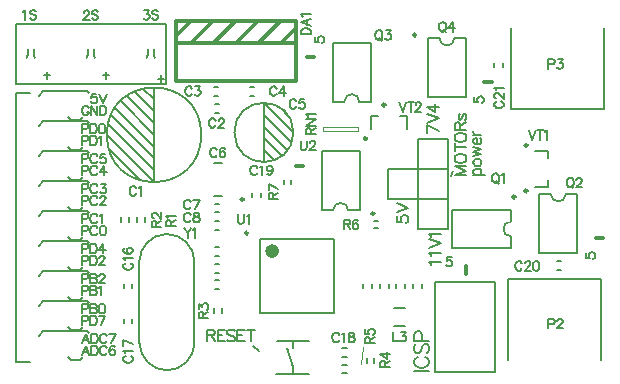
<source format=gto>
G04*
G04 #@! TF.GenerationSoftware,Altium Limited,Altium Designer,20.0.12 (288)*
G04*
G04 Layer_Color=65535*
%FSLAX44Y44*%
%MOMM*%
G71*
G01*
G75*
%ADD10C,0.2000*%
%ADD11C,0.2500*%
%ADD12C,0.6000*%
%ADD13C,0.1270*%
%ADD14C,0.1000*%
%ADD15C,0.3000*%
%ADD16C,0.1600*%
D10*
X118600Y275000D02*
G03*
X119600Y277414I-2414J2414D01*
G01*
X124600D02*
G03*
X125600Y275000I3414J0D01*
G01*
X67800D02*
G03*
X68800Y277414I-2414J2414D01*
G01*
X73800D02*
G03*
X74800Y275000I3414J0D01*
G01*
X23000Y277414D02*
G03*
X24000Y275000I3414J0D01*
G01*
X17000D02*
G03*
X18000Y277414I-2414J2414D01*
G01*
X427250Y136627D02*
G03*
X427250Y123902I0J-6363D01*
G01*
X460887Y159950D02*
G03*
X473613Y159950I6363J0D01*
G01*
X366637Y292000D02*
G03*
X379363Y292000I6363J0D01*
G01*
X298863Y238000D02*
G03*
X286137Y238000I-6363J0D01*
G01*
X289363Y146000D02*
G03*
X276637Y146000I-6363J0D01*
G01*
X159250Y102750D02*
G03*
X136000Y126000I-23500J-250D01*
G01*
X112750Y33750D02*
G03*
X136000Y10500I23500J250D01*
G01*
D02*
G03*
X159250Y33750I-250J23500D01*
G01*
X135750Y126000D02*
G03*
X112524Y102750I250J-23476D01*
G01*
X165000Y210000D02*
G03*
X165000Y210000I-40000J0D01*
G01*
X243000Y212000D02*
G03*
X243000Y212000I-25000J0D01*
G01*
X376241Y174897D02*
X378000Y179000D01*
X209141Y31165D02*
X214000Y27000D01*
X119600Y277414D02*
Y283000D01*
X124600Y277414D02*
Y283000D01*
X68800Y277414D02*
Y283000D01*
X73800Y277414D02*
Y283000D01*
X23000Y277414D02*
Y283000D01*
X18000Y277414D02*
Y283000D01*
X8250Y245500D02*
X20318Y245476D01*
X8250Y245500D02*
X8300Y17250D01*
X8250D02*
X20320D01*
X362600Y8900D02*
X413400D01*
Y85100D01*
X362600D02*
X413400D01*
X362600Y8900D02*
Y85100D01*
X117500Y136000D02*
Y140000D01*
X111000Y136000D02*
Y140000D01*
X103500Y136000D02*
Y140000D01*
X97000Y136000D02*
Y140000D01*
X348300Y155700D02*
X373700D01*
X348300D02*
Y206500D01*
X373700D01*
Y155700D02*
Y206500D01*
X348300Y181100D02*
X373700D01*
Y130300D02*
Y181100D01*
X348300Y130300D02*
X373700D01*
X348300D02*
Y181100D01*
X373700Y155700D02*
Y181100D01*
X322900Y155700D02*
X373700D01*
X322900D02*
Y181100D01*
X373700D01*
X8100Y253300D02*
Y304100D01*
Y253300D02*
X135100D01*
Y304100D01*
X8100D02*
X135100D01*
X377250Y114265D02*
Y146265D01*
Y114265D02*
X427250D01*
X377250Y146265D02*
X427250D01*
Y114265D02*
Y123902D01*
Y136627D02*
Y146265D01*
X466250Y102750D02*
X469750D01*
X466250Y95250D02*
X469750D01*
X228250Y7750D02*
X256250D01*
X229250Y35750D02*
X256250D01*
X242250Y7750D02*
Y13750D01*
Y29750D02*
Y35750D01*
X237250Y29750D02*
X242250Y13750D01*
X311500Y16750D02*
Y20750D01*
X305000Y16750D02*
Y20750D01*
X284500Y29500D02*
X288000D01*
X284500Y22000D02*
X288000D01*
X284250Y15000D02*
X288250D01*
X284250Y8500D02*
X288250D01*
X447500Y196500D02*
X458500D01*
Y190000D02*
Y196500D01*
X447500Y165500D02*
X458500D01*
Y172000D01*
X451250Y159950D02*
X460887D01*
X473613D02*
X483250D01*
X451250Y109950D02*
Y159950D01*
X483250Y109950D02*
Y159950D01*
X451250Y109950D02*
X483250D01*
X424410Y19520D02*
Y88100D01*
X503150D01*
Y19520D02*
Y88100D01*
X308500Y214500D02*
Y225500D01*
X315000D01*
X339500Y214500D02*
Y225500D01*
X333000D02*
X339500D01*
X505690Y231900D02*
Y300480D01*
X426950Y231900D02*
X505690D01*
X426950D02*
Y300480D01*
X413250Y267250D02*
Y270750D01*
X420750Y267250D02*
Y270750D01*
X357000Y292000D02*
X366637D01*
X379363D02*
X389000D01*
X357000Y242000D02*
Y292000D01*
X389000Y242000D02*
Y292000D01*
X357000Y242000D02*
X389000D01*
X298863Y238000D02*
X308500D01*
X276500D02*
X286137D01*
X308500D02*
Y288000D01*
X276500Y238000D02*
Y288000D01*
X308500D01*
X311000Y137250D02*
X315000D01*
X311000Y130750D02*
X315000D01*
X234750Y168000D02*
Y172000D01*
X241250Y168000D02*
Y172000D01*
X215750Y157250D02*
Y160750D01*
X208250Y157250D02*
Y160750D01*
X289363Y146000D02*
X299000D01*
X267000D02*
X276637D01*
X299000D02*
Y196000D01*
X267000Y146000D02*
Y196000D01*
X299000D01*
X99250Y80250D02*
Y83750D01*
X106750Y80250D02*
Y83750D01*
X99250Y50250D02*
Y53750D01*
X106750Y50250D02*
Y53750D01*
X159250Y33750D02*
Y102750D01*
X112547Y102750D02*
X112703Y33750D01*
X175750Y59000D02*
Y63000D01*
X182250Y59000D02*
Y63000D01*
X328500Y63700D02*
X337500D01*
X328500Y48300D02*
X337500D01*
X176250Y107250D02*
X179750D01*
X176250Y114750D02*
X179750D01*
X215000Y59500D02*
Y121500D01*
X277000Y59500D02*
Y121500D01*
X215000D02*
X277000D01*
X215000Y59500D02*
X277000D01*
X344250Y80250D02*
Y83750D01*
X351750Y80250D02*
Y83750D01*
X316250Y80250D02*
Y83750D01*
X323750Y80250D02*
Y83750D01*
X330250Y80250D02*
Y83750D01*
X337750Y80250D02*
Y83750D01*
X302250Y80250D02*
Y83750D01*
X309750Y80250D02*
Y83750D01*
X176250Y93250D02*
X179750D01*
X176250Y100750D02*
X179750D01*
X176250Y79250D02*
X179750D01*
X176250Y86750D02*
X179750D01*
X176250Y129250D02*
X179750D01*
X176250Y136750D02*
X179750D01*
X176250Y144250D02*
X179750D01*
X176250Y151750D02*
X179750D01*
X175750Y186000D02*
X182250D01*
X175750Y158000D02*
X182250D01*
X116000Y249000D02*
X125000Y240000D01*
X108625Y246375D02*
X125000Y230000D01*
X85000Y210000D02*
X125000Y170000D01*
X86250Y218750D02*
X125000Y180000D01*
X86875Y198125D02*
X112875Y172125D01*
X88625Y226375D02*
X125000Y190000D01*
X92250Y232750D02*
X125000Y200000D01*
X96750Y238250D02*
X125000Y210000D01*
X102250Y242750D02*
X125000Y220000D01*
Y170000D02*
Y250000D01*
X233000Y232000D02*
X238000Y227000D01*
X218000Y197000D02*
X226500Y188500D01*
X218000Y207000D02*
X233000Y192000D01*
X218000Y217000D02*
X238000Y197000D01*
X218000Y227000D02*
X241375Y203625D01*
X218000Y237000D02*
X243000Y212000D01*
X218000Y187000D02*
Y237000D01*
X206000Y243250D02*
X209500D01*
X206000Y250750D02*
X209500D01*
X176000D02*
X179500D01*
X176000Y243250D02*
X179500D01*
X176250Y235750D02*
X179750D01*
X176250Y228250D02*
X179750D01*
D11*
X431050Y157515D02*
G03*
X431050Y157515I-1250J0D01*
G01*
X441250Y201000D02*
G03*
X441250Y201000I-1250J0D01*
G01*
X441250Y162500D02*
G03*
X441250Y162500I-1250J0D01*
G01*
X305250Y207000D02*
G03*
X305250Y207000I-1250J0D01*
G01*
X347000Y294550D02*
G03*
X347000Y294550I-1250J0D01*
G01*
X321000Y235450D02*
G03*
X321000Y235450I-1250J0D01*
G01*
X311500Y143450D02*
G03*
X311500Y143450I-1250J0D01*
G01*
X204750Y126750D02*
G03*
X204750Y126750I-1250J0D01*
G01*
X201000Y155250D02*
G03*
X201000Y155250I-1250J0D01*
G01*
D12*
X228000Y111500D02*
G03*
X228000Y111500I-3000J0D01*
G01*
D13*
X68250Y43550D02*
X70000Y41800D01*
X31350Y43550D02*
X68250D01*
X27500Y39700D02*
X31350Y43550D01*
X68250Y68950D02*
X70000Y67200D01*
X31350Y68950D02*
X68250D01*
X27500Y65100D02*
X31350Y68950D01*
X68250Y94350D02*
X70000Y92600D01*
X31350Y94350D02*
X68250D01*
X27500Y90500D02*
X31350Y94350D01*
X68250Y119750D02*
X70000Y118000D01*
X31350Y119750D02*
X68250D01*
X27500Y115900D02*
X31350Y119750D01*
X68250Y145150D02*
X70000Y143400D01*
X31350Y145150D02*
X68250D01*
X27500Y141300D02*
X31350Y145150D01*
X68250Y170550D02*
X70000Y168800D01*
X31350Y170550D02*
X68250D01*
X27500Y166700D02*
X31350Y170550D01*
X68250Y195950D02*
X70000Y194200D01*
X31350Y195950D02*
X68250D01*
X27500Y192100D02*
X31350Y195950D01*
X68250Y221350D02*
X70000Y219600D01*
X31350Y221350D02*
X68250D01*
X27500Y217500D02*
X31350Y221350D01*
X52500Y174600D02*
X55000Y172100D01*
X62500D01*
X65000Y174600D01*
X52500Y22200D02*
X55000Y19700D01*
X62500D01*
X65000Y22200D01*
X52500Y47600D02*
X55000Y45100D01*
X62500D01*
X65000Y47600D01*
X52500Y73000D02*
X55000Y70500D01*
X62500D01*
X65000Y73000D01*
X52500Y98400D02*
X55000Y95900D01*
X62500D01*
X65000Y98400D01*
X52500Y123800D02*
X55000Y121300D01*
X62500D01*
X65000Y123800D01*
X52500Y149200D02*
X55000Y146700D01*
X62500D01*
X65000Y149200D01*
X52500Y225400D02*
X55000Y222900D01*
X62500D01*
X65000Y225400D01*
X62500Y197500D02*
X65000Y200000D01*
X55000Y197500D02*
X62500D01*
X52500Y200000D02*
X55000Y197500D01*
X27500Y242900D02*
X31350Y246750D01*
X68250D01*
X70000Y245000D01*
D14*
X300000Y16250D02*
X302000Y30750D01*
X268000Y213000D02*
X298000D01*
Y217000D01*
X268000D02*
X298000D01*
X268000Y213000D02*
Y217000D01*
D15*
X389550Y92165D02*
Y98515D01*
X499000Y122250D02*
X505350D01*
X404750Y254300D02*
X411100D01*
X254400Y275700D02*
X260750D01*
X244900Y183700D02*
X251250D01*
X213450Y287700D02*
X232500Y306750D01*
X194400Y287700D02*
X213450Y306750D01*
X175350Y287700D02*
X194400Y306750D01*
X156300Y287700D02*
X175350Y306750D01*
X143600D02*
X245200D01*
X143600Y255950D02*
Y306750D01*
X245200Y255950D02*
Y306750D01*
X143600Y255950D02*
X245200D01*
X143600Y294050D02*
X156300Y306750D01*
X143600Y287700D02*
Y294050D01*
Y287700D02*
X245200D01*
X232500D02*
X245200Y300400D01*
D16*
X379565Y175600D02*
X389562D01*
X379565D02*
X389562Y179409D01*
X379565Y183217D02*
X389562Y179409D01*
X379565Y183217D02*
X389562D01*
X379565Y188930D02*
X380041Y187978D01*
X380993Y187026D01*
X381945Y186550D01*
X383373Y186074D01*
X385754D01*
X387182Y186550D01*
X388134Y187026D01*
X389086Y187978D01*
X389562Y188930D01*
Y190835D01*
X389086Y191787D01*
X388134Y192739D01*
X387182Y193215D01*
X385754Y193691D01*
X383373D01*
X381945Y193215D01*
X380993Y192739D01*
X380041Y191787D01*
X379565Y190835D01*
Y188930D01*
Y199357D02*
X389562D01*
X379565Y196024D02*
Y202689D01*
Y206736D02*
X380041Y205784D01*
X380993Y204832D01*
X381945Y204356D01*
X383373Y203880D01*
X385754D01*
X387182Y204356D01*
X388134Y204832D01*
X389086Y205784D01*
X389562Y206736D01*
Y208640D01*
X389086Y209593D01*
X388134Y210545D01*
X387182Y211021D01*
X385754Y211497D01*
X383373D01*
X381945Y211021D01*
X380993Y210545D01*
X380041Y209593D01*
X379565Y208640D01*
Y206736D01*
Y213830D02*
X389562D01*
X379565D02*
Y218115D01*
X380041Y219543D01*
X380517Y220019D01*
X381469Y220495D01*
X382421D01*
X383373Y220019D01*
X383849Y219543D01*
X384326Y218115D01*
Y213830D01*
Y217162D02*
X389562Y220495D01*
X384326Y227970D02*
X383373Y227494D01*
X382897Y226065D01*
Y224637D01*
X383373Y223209D01*
X384326Y222733D01*
X385278Y223209D01*
X385754Y224161D01*
X386230Y226541D01*
X386706Y227494D01*
X387658Y227970D01*
X388134D01*
X389086Y227494D01*
X389562Y226065D01*
Y224637D01*
X389086Y223209D01*
X388134Y222733D01*
X395402Y175600D02*
X405400D01*
X396830D02*
X395878Y176552D01*
X395402Y177504D01*
Y178933D01*
X395878Y179885D01*
X396830Y180837D01*
X398259Y181313D01*
X399211D01*
X400639Y180837D01*
X401591Y179885D01*
X402067Y178933D01*
Y177504D01*
X401591Y176552D01*
X400639Y175600D01*
X395402Y185836D02*
X395878Y184884D01*
X396830Y183932D01*
X398259Y183455D01*
X399211D01*
X400639Y183932D01*
X401591Y184884D01*
X402067Y185836D01*
Y187264D01*
X401591Y188216D01*
X400639Y189168D01*
X399211Y189645D01*
X398259D01*
X396830Y189168D01*
X395878Y188216D01*
X395402Y187264D01*
Y185836D01*
Y191835D02*
X402067Y193739D01*
X395402Y195643D02*
X402067Y193739D01*
X395402Y195643D02*
X402067Y197548D01*
X395402Y199452D02*
X402067Y197548D01*
X398259Y201785D02*
Y207498D01*
X397306D01*
X396354Y207022D01*
X395878Y206546D01*
X395402Y205593D01*
Y204165D01*
X395878Y203213D01*
X396830Y202261D01*
X398259Y201785D01*
X399211D01*
X400639Y202261D01*
X401591Y203213D01*
X402067Y204165D01*
Y205593D01*
X401591Y206546D01*
X400639Y207498D01*
X395402Y209640D02*
X402067D01*
X398259D02*
X396830Y210116D01*
X395878Y211069D01*
X395402Y212021D01*
Y213449D01*
X128300Y257566D02*
X133632D01*
X130966Y260232D02*
Y254900D01*
X81600Y260266D02*
X86932D01*
X84266Y262932D02*
Y257600D01*
X31600Y260266D02*
X36932D01*
X34266Y262932D02*
Y257600D01*
X64100Y128809D02*
X67528D01*
X68670Y129190D01*
X69051Y129571D01*
X69432Y130332D01*
Y131475D01*
X69051Y132237D01*
X68670Y132617D01*
X67528Y132998D01*
X64100D01*
Y125000D01*
X76935Y131094D02*
X76554Y131856D01*
X75793Y132617D01*
X75031Y132998D01*
X73507D01*
X72746Y132617D01*
X71984Y131856D01*
X71603Y131094D01*
X71222Y129951D01*
Y128047D01*
X71603Y126904D01*
X71984Y126143D01*
X72746Y125381D01*
X73507Y125000D01*
X75031D01*
X75793Y125381D01*
X76554Y126143D01*
X76935Y126904D01*
X81468Y132998D02*
X80325Y132617D01*
X79563Y131475D01*
X79183Y129571D01*
Y128428D01*
X79563Y126524D01*
X80325Y125381D01*
X81468Y125000D01*
X82229D01*
X83372Y125381D01*
X84134Y126524D01*
X84515Y128428D01*
Y129571D01*
X84134Y131475D01*
X83372Y132617D01*
X82229Y132998D01*
X81468D01*
X64100Y138809D02*
X67528D01*
X68670Y139190D01*
X69051Y139571D01*
X69432Y140332D01*
Y141475D01*
X69051Y142237D01*
X68670Y142617D01*
X67528Y142998D01*
X64100D01*
Y135000D01*
X76935Y141094D02*
X76554Y141856D01*
X75793Y142617D01*
X75031Y142998D01*
X73507D01*
X72746Y142617D01*
X71984Y141856D01*
X71603Y141094D01*
X71222Y139951D01*
Y138047D01*
X71603Y136904D01*
X71984Y136143D01*
X72746Y135381D01*
X73507Y135000D01*
X75031D01*
X75793Y135381D01*
X76554Y136143D01*
X76935Y136904D01*
X79183Y141475D02*
X79944Y141856D01*
X81087Y142998D01*
Y135000D01*
X116862Y315598D02*
X121051D01*
X118766Y312551D01*
X119909D01*
X120670Y312170D01*
X121051Y311790D01*
X121432Y310647D01*
Y309885D01*
X121051Y308743D01*
X120290Y307981D01*
X119147Y307600D01*
X118004D01*
X116862Y307981D01*
X116481Y308362D01*
X116100Y309123D01*
X128554Y314456D02*
X127793Y315217D01*
X126650Y315598D01*
X125127D01*
X123984Y315217D01*
X123222Y314456D01*
Y313694D01*
X123603Y312932D01*
X123984Y312551D01*
X124746Y312170D01*
X127031Y311409D01*
X127793Y311028D01*
X128174Y310647D01*
X128554Y309885D01*
Y308743D01*
X127793Y307981D01*
X126650Y307600D01*
X125127D01*
X123984Y307981D01*
X123222Y308743D01*
X65481Y313444D02*
Y313825D01*
X65862Y314587D01*
X66243Y314967D01*
X67004Y315348D01*
X68528D01*
X69290Y314967D01*
X69670Y314587D01*
X70051Y313825D01*
Y313063D01*
X69670Y312301D01*
X68909Y311159D01*
X65100Y307350D01*
X70432D01*
X77554Y314206D02*
X76793Y314967D01*
X75650Y315348D01*
X74127D01*
X72984Y314967D01*
X72222Y314206D01*
Y313444D01*
X72603Y312682D01*
X72984Y312301D01*
X73746Y311921D01*
X76031Y311159D01*
X76793Y310778D01*
X77174Y310397D01*
X77554Y309635D01*
Y308493D01*
X76793Y307731D01*
X75650Y307350D01*
X74127D01*
X72984Y307731D01*
X72222Y308493D01*
X14100Y314075D02*
X14862Y314456D01*
X16004Y315598D01*
Y307600D01*
X25298Y314456D02*
X24536Y315217D01*
X23393Y315598D01*
X21870D01*
X20727Y315217D01*
X19965Y314456D01*
Y313694D01*
X20346Y312932D01*
X20727Y312551D01*
X21489Y312170D01*
X23774Y311409D01*
X24536Y311028D01*
X24917Y310647D01*
X25298Y309885D01*
Y308743D01*
X24536Y307981D01*
X23393Y307600D01*
X21870D01*
X20727Y307981D01*
X19965Y308743D01*
X70194Y33400D02*
X67147Y41398D01*
X64100Y33400D01*
X65243Y36066D02*
X69051D01*
X72060Y41398D02*
Y33400D01*
Y41398D02*
X74726D01*
X75869Y41017D01*
X76631Y40256D01*
X77011Y39494D01*
X77392Y38351D01*
Y36447D01*
X77011Y35304D01*
X76631Y34543D01*
X75869Y33781D01*
X74726Y33400D01*
X72060D01*
X84896Y39494D02*
X84515Y40256D01*
X83753Y41017D01*
X82991Y41398D01*
X81468D01*
X80706Y41017D01*
X79944Y40256D01*
X79563Y39494D01*
X79183Y38351D01*
Y36447D01*
X79563Y35304D01*
X79944Y34543D01*
X80706Y33781D01*
X81468Y33400D01*
X82991D01*
X83753Y33781D01*
X84515Y34543D01*
X84896Y35304D01*
X92475Y41398D02*
X88666Y33400D01*
X87143Y41398D02*
X92475D01*
X70194Y23400D02*
X67147Y31398D01*
X64100Y23400D01*
X65243Y26066D02*
X69051D01*
X72060Y31398D02*
Y23400D01*
Y31398D02*
X74726D01*
X75869Y31017D01*
X76631Y30256D01*
X77011Y29494D01*
X77392Y28351D01*
Y26447D01*
X77011Y25304D01*
X76631Y24543D01*
X75869Y23781D01*
X74726Y23400D01*
X72060D01*
X84896Y29494D02*
X84515Y30256D01*
X83753Y31017D01*
X82991Y31398D01*
X81468D01*
X80706Y31017D01*
X79944Y30256D01*
X79563Y29494D01*
X79183Y28351D01*
Y26447D01*
X79563Y25304D01*
X79944Y24543D01*
X80706Y23781D01*
X81468Y23400D01*
X82991D01*
X83753Y23781D01*
X84515Y24543D01*
X84896Y25304D01*
X91713Y30256D02*
X91332Y31017D01*
X90190Y31398D01*
X89428D01*
X88285Y31017D01*
X87524Y29875D01*
X87143Y27970D01*
Y26066D01*
X87524Y24543D01*
X88285Y23781D01*
X89428Y23400D01*
X89809D01*
X90951Y23781D01*
X91713Y24543D01*
X92094Y25685D01*
Y26066D01*
X91713Y27209D01*
X90951Y27970D01*
X89809Y28351D01*
X89428D01*
X88285Y27970D01*
X87524Y27209D01*
X87143Y26066D01*
X64100Y62609D02*
X67528D01*
X68670Y62990D01*
X69051Y63370D01*
X69432Y64132D01*
Y65275D01*
X69051Y66037D01*
X68670Y66417D01*
X67528Y66798D01*
X64100D01*
Y58800D01*
X71222Y66798D02*
Y58800D01*
Y66798D02*
X74650D01*
X75793Y66417D01*
X76174Y66037D01*
X76554Y65275D01*
Y64513D01*
X76174Y63751D01*
X75793Y63370D01*
X74650Y62990D01*
X71222D02*
X74650D01*
X75793Y62609D01*
X76174Y62228D01*
X76554Y61466D01*
Y60324D01*
X76174Y59562D01*
X75793Y59181D01*
X74650Y58800D01*
X71222D01*
X80630Y66798D02*
X79487Y66417D01*
X78725Y65275D01*
X78345Y63370D01*
Y62228D01*
X78725Y60324D01*
X79487Y59181D01*
X80630Y58800D01*
X81391D01*
X82534Y59181D01*
X83296Y60324D01*
X83677Y62228D01*
Y63370D01*
X83296Y65275D01*
X82534Y66417D01*
X81391Y66798D01*
X80630D01*
X64100Y52609D02*
X67528D01*
X68670Y52990D01*
X69051Y53370D01*
X69432Y54132D01*
Y55275D01*
X69051Y56037D01*
X68670Y56417D01*
X67528Y56798D01*
X64100D01*
Y48800D01*
X71222Y56798D02*
Y48800D01*
Y56798D02*
X73888D01*
X75031Y56417D01*
X75793Y55656D01*
X76174Y54894D01*
X76554Y53751D01*
Y51847D01*
X76174Y50704D01*
X75793Y49943D01*
X75031Y49181D01*
X73888Y48800D01*
X71222D01*
X83677Y56798D02*
X79868Y48800D01*
X78345Y56798D02*
X83677D01*
X64100Y88009D02*
X67528D01*
X68670Y88390D01*
X69051Y88771D01*
X69432Y89532D01*
Y90675D01*
X69051Y91437D01*
X68670Y91817D01*
X67528Y92198D01*
X64100D01*
Y84200D01*
X71222Y92198D02*
Y84200D01*
Y92198D02*
X74650D01*
X75793Y91817D01*
X76174Y91437D01*
X76554Y90675D01*
Y89913D01*
X76174Y89151D01*
X75793Y88771D01*
X74650Y88390D01*
X71222D02*
X74650D01*
X75793Y88009D01*
X76174Y87628D01*
X76554Y86866D01*
Y85723D01*
X76174Y84962D01*
X75793Y84581D01*
X74650Y84200D01*
X71222D01*
X78725Y90294D02*
Y90675D01*
X79106Y91437D01*
X79487Y91817D01*
X80249Y92198D01*
X81772D01*
X82534Y91817D01*
X82915Y91437D01*
X83296Y90675D01*
Y89913D01*
X82915Y89151D01*
X82153Y88009D01*
X78345Y84200D01*
X83677D01*
X64100Y78009D02*
X67528D01*
X68670Y78390D01*
X69051Y78770D01*
X69432Y79532D01*
Y80675D01*
X69051Y81437D01*
X68670Y81817D01*
X67528Y82198D01*
X64100D01*
Y74200D01*
X71222Y82198D02*
Y74200D01*
Y82198D02*
X74650D01*
X75793Y81817D01*
X76174Y81437D01*
X76554Y80675D01*
Y79913D01*
X76174Y79151D01*
X75793Y78770D01*
X74650Y78390D01*
X71222D02*
X74650D01*
X75793Y78009D01*
X76174Y77628D01*
X76554Y76866D01*
Y75724D01*
X76174Y74962D01*
X75793Y74581D01*
X74650Y74200D01*
X71222D01*
X78345Y80675D02*
X79106Y81056D01*
X80249Y82198D01*
Y74200D01*
X64100Y113409D02*
X67528D01*
X68670Y113790D01*
X69051Y114171D01*
X69432Y114932D01*
Y116075D01*
X69051Y116837D01*
X68670Y117217D01*
X67528Y117598D01*
X64100D01*
Y109600D01*
X71222Y117598D02*
Y109600D01*
Y117598D02*
X73888D01*
X75031Y117217D01*
X75793Y116456D01*
X76174Y115694D01*
X76554Y114551D01*
Y112647D01*
X76174Y111504D01*
X75793Y110743D01*
X75031Y109981D01*
X73888Y109600D01*
X71222D01*
X82153Y117598D02*
X78345Y112266D01*
X84058D01*
X82153Y117598D02*
Y109600D01*
X64100Y103409D02*
X67528D01*
X68670Y103790D01*
X69051Y104171D01*
X69432Y104932D01*
Y106075D01*
X69051Y106837D01*
X68670Y107217D01*
X67528Y107598D01*
X64100D01*
Y99600D01*
X71222Y107598D02*
Y99600D01*
Y107598D02*
X73888D01*
X75031Y107217D01*
X75793Y106456D01*
X76174Y105694D01*
X76554Y104551D01*
Y102647D01*
X76174Y101504D01*
X75793Y100743D01*
X75031Y99981D01*
X73888Y99600D01*
X71222D01*
X78725Y105694D02*
Y106075D01*
X79106Y106837D01*
X79487Y107217D01*
X80249Y107598D01*
X81772D01*
X82534Y107217D01*
X82915Y106837D01*
X83296Y106075D01*
Y105313D01*
X82915Y104551D01*
X82153Y103409D01*
X78345Y99600D01*
X83677D01*
X64100Y164209D02*
X67528D01*
X68670Y164590D01*
X69051Y164970D01*
X69432Y165732D01*
Y166875D01*
X69051Y167637D01*
X68670Y168017D01*
X67528Y168398D01*
X64100D01*
Y160400D01*
X76935Y166494D02*
X76554Y167256D01*
X75793Y168017D01*
X75031Y168398D01*
X73507D01*
X72746Y168017D01*
X71984Y167256D01*
X71603Y166494D01*
X71222Y165351D01*
Y163447D01*
X71603Y162304D01*
X71984Y161543D01*
X72746Y160781D01*
X73507Y160400D01*
X75031D01*
X75793Y160781D01*
X76554Y161543D01*
X76935Y162304D01*
X79944Y168398D02*
X84134D01*
X81849Y165351D01*
X82991D01*
X83753Y164970D01*
X84134Y164590D01*
X84515Y163447D01*
Y162685D01*
X84134Y161543D01*
X83372Y160781D01*
X82229Y160400D01*
X81087D01*
X79944Y160781D01*
X79563Y161162D01*
X79183Y161924D01*
X64100Y154209D02*
X67528D01*
X68670Y154590D01*
X69051Y154971D01*
X69432Y155732D01*
Y156875D01*
X69051Y157637D01*
X68670Y158017D01*
X67528Y158398D01*
X64100D01*
Y150400D01*
X76935Y156494D02*
X76554Y157256D01*
X75793Y158017D01*
X75031Y158398D01*
X73507D01*
X72746Y158017D01*
X71984Y157256D01*
X71603Y156494D01*
X71222Y155351D01*
Y153447D01*
X71603Y152304D01*
X71984Y151543D01*
X72746Y150781D01*
X73507Y150400D01*
X75031D01*
X75793Y150781D01*
X76554Y151543D01*
X76935Y152304D01*
X79563Y156494D02*
Y156875D01*
X79944Y157637D01*
X80325Y158017D01*
X81087Y158398D01*
X82610D01*
X83372Y158017D01*
X83753Y157637D01*
X84134Y156875D01*
Y156113D01*
X83753Y155351D01*
X82991Y154209D01*
X79183Y150400D01*
X84515D01*
X64100Y179609D02*
X67528D01*
X68670Y179990D01*
X69051Y180371D01*
X69432Y181132D01*
Y182275D01*
X69051Y183037D01*
X68670Y183417D01*
X67528Y183798D01*
X64100D01*
Y175800D01*
X76935Y181894D02*
X76554Y182656D01*
X75793Y183417D01*
X75031Y183798D01*
X73507D01*
X72746Y183417D01*
X71984Y182656D01*
X71603Y181894D01*
X71222Y180751D01*
Y178847D01*
X71603Y177704D01*
X71984Y176943D01*
X72746Y176181D01*
X73507Y175800D01*
X75031D01*
X75793Y176181D01*
X76554Y176943D01*
X76935Y177704D01*
X82991Y183798D02*
X79183Y178466D01*
X84896D01*
X82991Y183798D02*
Y175800D01*
X64100Y189609D02*
X67528D01*
X68670Y189990D01*
X69051Y190371D01*
X69432Y191132D01*
Y192275D01*
X69051Y193037D01*
X68670Y193417D01*
X67528Y193798D01*
X64100D01*
Y185800D01*
X76935Y191894D02*
X76554Y192656D01*
X75793Y193417D01*
X75031Y193798D01*
X73507D01*
X72746Y193417D01*
X71984Y192656D01*
X71603Y191894D01*
X71222Y190751D01*
Y188847D01*
X71603Y187704D01*
X71984Y186943D01*
X72746Y186181D01*
X73507Y185800D01*
X75031D01*
X75793Y186181D01*
X76554Y186943D01*
X76935Y187704D01*
X83753Y193798D02*
X79944D01*
X79563Y190371D01*
X79944Y190751D01*
X81087Y191132D01*
X82229D01*
X83372Y190751D01*
X84134Y189990D01*
X84515Y188847D01*
Y188085D01*
X84134Y186943D01*
X83372Y186181D01*
X82229Y185800D01*
X81087D01*
X79944Y186181D01*
X79563Y186562D01*
X79183Y187323D01*
X64100Y215009D02*
X67528D01*
X68670Y215390D01*
X69051Y215770D01*
X69432Y216532D01*
Y217675D01*
X69051Y218437D01*
X68670Y218817D01*
X67528Y219198D01*
X64100D01*
Y211200D01*
X71222Y219198D02*
Y211200D01*
Y219198D02*
X73888D01*
X75031Y218817D01*
X75793Y218056D01*
X76174Y217294D01*
X76554Y216151D01*
Y214247D01*
X76174Y213104D01*
X75793Y212343D01*
X75031Y211581D01*
X73888Y211200D01*
X71222D01*
X80630Y219198D02*
X79487Y218817D01*
X78725Y217675D01*
X78345Y215770D01*
Y214628D01*
X78725Y212724D01*
X79487Y211581D01*
X80630Y211200D01*
X81391D01*
X82534Y211581D01*
X83296Y212724D01*
X83677Y214628D01*
Y215770D01*
X83296Y217675D01*
X82534Y218817D01*
X81391Y219198D01*
X80630D01*
X64100Y205009D02*
X67528D01*
X68670Y205390D01*
X69051Y205770D01*
X69432Y206532D01*
Y207675D01*
X69051Y208437D01*
X68670Y208817D01*
X67528Y209198D01*
X64100D01*
Y201200D01*
X71222Y209198D02*
Y201200D01*
Y209198D02*
X73888D01*
X75031Y208817D01*
X75793Y208056D01*
X76174Y207294D01*
X76554Y206151D01*
Y204247D01*
X76174Y203104D01*
X75793Y202343D01*
X75031Y201581D01*
X73888Y201200D01*
X71222D01*
X78345Y207675D02*
X79106Y208056D01*
X80249Y209198D01*
Y201200D01*
X69813Y232694D02*
X69432Y233456D01*
X68670Y234217D01*
X67909Y234598D01*
X66385D01*
X65623Y234217D01*
X64862Y233456D01*
X64481Y232694D01*
X64100Y231551D01*
Y229647D01*
X64481Y228504D01*
X64862Y227743D01*
X65623Y226981D01*
X66385Y226600D01*
X67909D01*
X68670Y226981D01*
X69432Y227743D01*
X69813Y228504D01*
Y229647D01*
X67909D02*
X69813D01*
X71641Y234598D02*
Y226600D01*
Y234598D02*
X76974Y226600D01*
Y234598D02*
Y226600D01*
X79183Y234598D02*
Y226600D01*
Y234598D02*
X81849D01*
X82991Y234217D01*
X83753Y233456D01*
X84134Y232694D01*
X84515Y231551D01*
Y229647D01*
X84134Y228504D01*
X83753Y227743D01*
X82991Y226981D01*
X81849Y226600D01*
X79183D01*
X76171Y244848D02*
X72362D01*
X71981Y241420D01*
X72362Y241801D01*
X73504Y242182D01*
X74647D01*
X75790Y241801D01*
X76551Y241040D01*
X76932Y239897D01*
Y239135D01*
X76551Y237993D01*
X75790Y237231D01*
X74647Y236850D01*
X73504D01*
X72362Y237231D01*
X71981Y237612D01*
X71600Y238374D01*
X78722Y244848D02*
X81769Y236850D01*
X84816Y244848D02*
X81769Y236850D01*
X330402Y141063D02*
Y136302D01*
X334687Y135826D01*
X334211Y136302D01*
X333735Y137730D01*
Y139159D01*
X334211Y140587D01*
X335163Y141539D01*
X336591Y142015D01*
X337543D01*
X338972Y141539D01*
X339924Y140587D01*
X340400Y139159D01*
Y137730D01*
X339924Y136302D01*
X339448Y135826D01*
X338496Y135350D01*
X330402Y144253D02*
X340400Y148062D01*
X330402Y151870D02*
X340400Y148062D01*
X359807Y99850D02*
X359330Y100802D01*
X357902Y102230D01*
X367900D01*
X359807Y107182D02*
X359330Y108134D01*
X357902Y109562D01*
X367900D01*
X357902Y114514D02*
X367900Y118322D01*
X357902Y122131D02*
X367900Y118322D01*
X359807Y123416D02*
X359330Y124368D01*
X357902Y125797D01*
X367900D01*
X356152Y218015D02*
X366150Y213254D01*
X356152Y211350D02*
Y218015D01*
Y220253D02*
X366150Y224062D01*
X356152Y227870D02*
X366150Y224062D01*
X356152Y233917D02*
X362817Y229156D01*
Y236297D01*
X356152Y233917D02*
X366150D01*
X376921Y106598D02*
X373112D01*
X372731Y103170D01*
X373112Y103551D01*
X374254Y103932D01*
X375397D01*
X376540Y103551D01*
X377301Y102790D01*
X377682Y101647D01*
Y100885D01*
X377301Y99743D01*
X376540Y98981D01*
X375397Y98600D01*
X374254D01*
X373112Y98981D01*
X372731Y99362D01*
X372350Y100124D01*
X490402Y109670D02*
Y105862D01*
X493829Y105481D01*
X493449Y105862D01*
X493068Y107004D01*
Y108147D01*
X493449Y109290D01*
X494210Y110051D01*
X495353Y110432D01*
X496115D01*
X497257Y110051D01*
X498019Y109290D01*
X498400Y108147D01*
Y107004D01*
X498019Y105862D01*
X497638Y105481D01*
X496876Y105100D01*
X396152Y241670D02*
Y237862D01*
X399580Y237481D01*
X399199Y237862D01*
X398818Y239004D01*
Y240147D01*
X399199Y241290D01*
X399960Y242051D01*
X401103Y242432D01*
X401865D01*
X403007Y242051D01*
X403769Y241290D01*
X404150Y240147D01*
Y239004D01*
X403769Y237862D01*
X403388Y237481D01*
X402626Y237100D01*
X260902Y292670D02*
Y288862D01*
X264329Y288481D01*
X263949Y288862D01*
X263568Y290004D01*
Y291147D01*
X263949Y292290D01*
X264710Y293051D01*
X265853Y293432D01*
X266615D01*
X267757Y293051D01*
X268519Y292290D01*
X268900Y291147D01*
Y290004D01*
X268519Y288862D01*
X268138Y288481D01*
X267376Y288100D01*
X254001Y210716D02*
X261999D01*
X254001D02*
Y214144D01*
X254382Y215287D01*
X254763Y215667D01*
X255524Y216048D01*
X256286D01*
X257048Y215667D01*
X257429Y215287D01*
X257810Y214144D01*
Y210716D01*
Y213382D02*
X261999Y216048D01*
X254001Y217838D02*
X261999D01*
X254001D02*
X261999Y223171D01*
X254001D02*
X261999D01*
X255524Y225380D02*
X255143Y226141D01*
X254001Y227284D01*
X261999D01*
X345501Y10432D02*
X357499D01*
X348358Y21516D02*
X347215Y20944D01*
X346073Y19801D01*
X345501Y18659D01*
Y16374D01*
X346073Y15231D01*
X347215Y14088D01*
X348358Y13517D01*
X350072Y12946D01*
X352928D01*
X354642Y13517D01*
X355785Y14088D01*
X356927Y15231D01*
X357499Y16374D01*
Y18659D01*
X356927Y19801D01*
X355785Y20944D01*
X354642Y21516D01*
X347215Y32885D02*
X346073Y31742D01*
X345501Y30028D01*
Y27743D01*
X346073Y26029D01*
X347215Y24886D01*
X348358D01*
X349500Y25457D01*
X350072Y26029D01*
X350643Y27171D01*
X351786Y30599D01*
X352357Y31742D01*
X352928Y32313D01*
X354071Y32885D01*
X355785D01*
X356927Y31742D01*
X357499Y30028D01*
Y27743D01*
X356927Y26029D01*
X355785Y24886D01*
X351786Y35570D02*
Y40711D01*
X351214Y42425D01*
X350643Y42997D01*
X349500Y43568D01*
X347786D01*
X346644Y42997D01*
X346073Y42425D01*
X345501Y40711D01*
Y35570D01*
X357499D01*
X150487Y130999D02*
X153534Y127190D01*
Y123001D01*
X156581Y130999D02*
X153534Y127190D01*
X157609Y129476D02*
X158371Y129857D01*
X159513Y130999D01*
Y123001D01*
X332631Y237499D02*
X335677Y229501D01*
X338725Y237499D02*
X335677Y229501D01*
X342419Y237499D02*
Y229501D01*
X339753Y237499D02*
X345085D01*
X346418Y235595D02*
Y235976D01*
X346799Y236737D01*
X347180Y237118D01*
X347942Y237499D01*
X349465D01*
X350227Y237118D01*
X350608Y236737D01*
X350989Y235976D01*
Y235214D01*
X350608Y234452D01*
X349846Y233309D01*
X346037Y229501D01*
X351369D01*
X442345Y213999D02*
X445391Y206001D01*
X448438Y213999D02*
X445391Y206001D01*
X452133Y213999D02*
Y206001D01*
X449467Y213999D02*
X454799D01*
X455751Y212476D02*
X456513Y212857D01*
X457655Y213999D01*
Y206001D01*
X195859Y142664D02*
Y136951D01*
X196240Y135808D01*
X197001Y135046D01*
X198144Y134665D01*
X198906D01*
X200048Y135046D01*
X200810Y135808D01*
X201191Y136951D01*
Y142664D01*
X203400Y141140D02*
X204162Y141521D01*
X205305Y142664D01*
Y134665D01*
X249063Y204999D02*
Y199286D01*
X249444Y198144D01*
X250206Y197382D01*
X251348Y197001D01*
X252110D01*
X253253Y197382D01*
X254015Y198144D01*
X254396Y199286D01*
Y204999D01*
X256985Y203095D02*
Y203476D01*
X257366Y204237D01*
X257747Y204618D01*
X258509Y204999D01*
X260032D01*
X260794Y204618D01*
X261175Y204237D01*
X261556Y203476D01*
Y202714D01*
X261175Y201952D01*
X260413Y200810D01*
X256604Y197001D01*
X261937D01*
X169909Y44999D02*
Y35001D01*
Y44999D02*
X174194D01*
X175622Y44523D01*
X176098Y44047D01*
X176574Y43095D01*
Y42142D01*
X176098Y41190D01*
X175622Y40714D01*
X174194Y40238D01*
X169909D01*
X173242D02*
X176574Y35001D01*
X185001Y44999D02*
X178812D01*
Y35001D01*
X185001D01*
X178812Y40238D02*
X182621D01*
X193333Y43571D02*
X192381Y44523D01*
X190952Y44999D01*
X189048D01*
X187620Y44523D01*
X186667Y43571D01*
Y42618D01*
X187143Y41666D01*
X187620Y41190D01*
X188572Y40714D01*
X191428Y39762D01*
X192381Y39286D01*
X192857Y38810D01*
X193333Y37858D01*
Y36429D01*
X192381Y35477D01*
X190952Y35001D01*
X189048D01*
X187620Y35477D01*
X186667Y36429D01*
X201759Y44999D02*
X195570D01*
Y35001D01*
X201759D01*
X195570Y40238D02*
X199379D01*
X206758Y44999D02*
Y35001D01*
X203426Y44999D02*
X210091D01*
X222001Y155773D02*
X229999D01*
X222001D02*
Y159201D01*
X222382Y160343D01*
X222763Y160724D01*
X223524Y161105D01*
X224286D01*
X225048Y160724D01*
X225429Y160343D01*
X225810Y159201D01*
Y155773D01*
Y158439D02*
X229999Y161105D01*
X222001Y168227D02*
X229999Y164419D01*
X222001Y162895D02*
Y168227D01*
X285963Y137999D02*
Y130001D01*
Y137999D02*
X289391D01*
X290534Y137618D01*
X290914Y137237D01*
X291295Y136476D01*
Y135714D01*
X290914Y134952D01*
X290534Y134571D01*
X289391Y134190D01*
X285963D01*
X288629D02*
X291295Y130001D01*
X297656Y136856D02*
X297275Y137618D01*
X296133Y137999D01*
X295371D01*
X294228Y137618D01*
X293466Y136476D01*
X293085Y134571D01*
Y132667D01*
X293466Y131144D01*
X294228Y130382D01*
X295371Y130001D01*
X295752D01*
X296894Y130382D01*
X297656Y131144D01*
X298037Y132286D01*
Y132667D01*
X297656Y133810D01*
X296894Y134571D01*
X295752Y134952D01*
X295371D01*
X294228Y134571D01*
X293466Y133810D01*
X293085Y132667D01*
X303751Y33523D02*
X311749D01*
X303751D02*
Y36951D01*
X304132Y38093D01*
X304513Y38474D01*
X305274Y38855D01*
X306036D01*
X306798Y38474D01*
X307179Y38093D01*
X307560Y36951D01*
Y33523D01*
Y36189D02*
X311749Y38855D01*
X303751Y45216D02*
Y41407D01*
X307179Y41026D01*
X306798Y41407D01*
X306417Y42549D01*
Y43692D01*
X306798Y44835D01*
X307560Y45596D01*
X308702Y45977D01*
X309464D01*
X310606Y45596D01*
X311368Y44835D01*
X311749Y43692D01*
Y42549D01*
X311368Y41407D01*
X310987Y41026D01*
X310226Y40645D01*
X316751Y13332D02*
X324749D01*
X316751D02*
Y16760D01*
X317132Y17903D01*
X317513Y18284D01*
X318274Y18664D01*
X319036D01*
X319798Y18284D01*
X320179Y17903D01*
X320560Y16760D01*
Y13332D01*
Y15998D02*
X324749Y18664D01*
X316751Y24263D02*
X322083Y20455D01*
Y26168D01*
X316751Y24263D02*
X324749D01*
X123251Y131773D02*
X131249D01*
X123251D02*
Y135201D01*
X123632Y136343D01*
X124013Y136724D01*
X124774Y137105D01*
X125536D01*
X126298Y136724D01*
X126679Y136343D01*
X127060Y135201D01*
Y131773D01*
Y134439D02*
X131249Y137105D01*
X125155Y139276D02*
X124774D01*
X124013Y139657D01*
X123632Y140038D01*
X123251Y140799D01*
Y142323D01*
X123632Y143085D01*
X124013Y143465D01*
X124774Y143846D01*
X125536D01*
X126298Y143465D01*
X127440Y142704D01*
X131249Y138895D01*
Y144227D01*
X163001Y54773D02*
X170999D01*
X163001D02*
Y58201D01*
X163382Y59343D01*
X163763Y59724D01*
X164524Y60105D01*
X165286D01*
X166048Y59724D01*
X166429Y59343D01*
X166810Y58201D01*
Y54773D01*
Y57439D02*
X170999Y60105D01*
X163001Y62657D02*
Y66846D01*
X166048Y64561D01*
Y65704D01*
X166429Y66466D01*
X166810Y66846D01*
X167952Y67227D01*
X168714D01*
X169856Y66846D01*
X170618Y66085D01*
X170999Y64942D01*
Y63799D01*
X170618Y62657D01*
X170237Y62276D01*
X169476Y61895D01*
X135251Y132487D02*
X143249D01*
X135251D02*
Y135914D01*
X135632Y137057D01*
X136013Y137438D01*
X136774Y137819D01*
X137536D01*
X138298Y137438D01*
X138679Y137057D01*
X139060Y135914D01*
Y132487D01*
Y135153D02*
X143249Y137819D01*
X136774Y139609D02*
X136393Y140371D01*
X135251Y141513D01*
X143249D01*
X368449Y305380D02*
X367687Y304999D01*
X366925Y304237D01*
X366544Y303476D01*
X366163Y302333D01*
Y300429D01*
X366544Y299286D01*
X366925Y298524D01*
X367687Y297763D01*
X368449Y297382D01*
X369972D01*
X370734Y297763D01*
X371496Y298524D01*
X371876Y299286D01*
X372257Y300429D01*
Y302333D01*
X371876Y303476D01*
X371496Y304237D01*
X370734Y304999D01*
X369972Y305380D01*
X368449D01*
X369591Y298905D02*
X371876Y296620D01*
X377932Y305380D02*
X374123Y300048D01*
X379837D01*
X377932Y305380D02*
Y297382D01*
X314639Y298380D02*
X313877Y297999D01*
X313116Y297237D01*
X312735Y296476D01*
X312354Y295333D01*
Y293429D01*
X312735Y292286D01*
X313116Y291524D01*
X313877Y290763D01*
X314639Y290382D01*
X316162D01*
X316924Y290763D01*
X317686Y291524D01*
X318067Y292286D01*
X318448Y293429D01*
Y295333D01*
X318067Y296476D01*
X317686Y297237D01*
X316924Y297999D01*
X316162Y298380D01*
X314639D01*
X315782Y291905D02*
X318067Y289620D01*
X321076Y298380D02*
X325265D01*
X322980Y295333D01*
X324123D01*
X324884Y294952D01*
X325265Y294571D01*
X325646Y293429D01*
Y292667D01*
X325265Y291524D01*
X324504Y290763D01*
X323361Y290382D01*
X322218D01*
X321076Y290763D01*
X320695Y291143D01*
X320314Y291905D01*
X476639Y173380D02*
X475877Y172999D01*
X475116Y172237D01*
X474735Y171476D01*
X474354Y170333D01*
Y168429D01*
X474735Y167286D01*
X475116Y166524D01*
X475877Y165763D01*
X476639Y165382D01*
X478162D01*
X478924Y165763D01*
X479686Y166524D01*
X480067Y167286D01*
X480448Y168429D01*
Y170333D01*
X480067Y171476D01*
X479686Y172237D01*
X478924Y172999D01*
X478162Y173380D01*
X476639D01*
X477782Y166905D02*
X480067Y164620D01*
X482695Y171476D02*
Y171856D01*
X483076Y172618D01*
X483457Y172999D01*
X484218Y173380D01*
X485742D01*
X486504Y172999D01*
X486884Y172618D01*
X487265Y171856D01*
Y171095D01*
X486884Y170333D01*
X486123Y169190D01*
X482314Y165382D01*
X487646D01*
X413353Y177380D02*
X412591Y176999D01*
X411829Y176237D01*
X411449Y175476D01*
X411068Y174333D01*
Y172429D01*
X411449Y171286D01*
X411829Y170524D01*
X412591Y169763D01*
X413353Y169382D01*
X414876D01*
X415638Y169763D01*
X416400Y170524D01*
X416781Y171286D01*
X417162Y172429D01*
Y174333D01*
X416781Y175476D01*
X416400Y176237D01*
X415638Y176999D01*
X414876Y177380D01*
X413353D01*
X414496Y170905D02*
X416781Y168620D01*
X419028Y175856D02*
X419790Y176237D01*
X420932Y177380D01*
Y169382D01*
X458823Y269809D02*
X462251D01*
X463393Y270190D01*
X463774Y270571D01*
X464155Y271333D01*
Y272476D01*
X463774Y273237D01*
X463393Y273618D01*
X462251Y273999D01*
X458823D01*
Y266001D01*
X466707Y273999D02*
X470896D01*
X468611Y270952D01*
X469754D01*
X470516Y270571D01*
X470896Y270190D01*
X471277Y269048D01*
Y268286D01*
X470896Y267143D01*
X470135Y266382D01*
X468992Y266001D01*
X467849D01*
X466707Y266382D01*
X466326Y266763D01*
X465945Y267524D01*
X458823Y49810D02*
X462251D01*
X463393Y50190D01*
X463774Y50571D01*
X464155Y51333D01*
Y52476D01*
X463774Y53237D01*
X463393Y53618D01*
X462251Y53999D01*
X458823D01*
Y46001D01*
X466326Y52095D02*
Y52476D01*
X466707Y53237D01*
X467088Y53618D01*
X467849Y53999D01*
X469373D01*
X470135Y53618D01*
X470516Y53237D01*
X470896Y52476D01*
Y51714D01*
X470516Y50952D01*
X469754Y49810D01*
X465945Y46001D01*
X471277D01*
X327611Y42999D02*
Y35001D01*
X332181D01*
X333819Y42999D02*
X338008D01*
X335723Y39952D01*
X336866D01*
X337628Y39571D01*
X338008Y39190D01*
X338389Y38048D01*
Y37286D01*
X338008Y36144D01*
X337247Y35382D01*
X336104Y35001D01*
X334962D01*
X333819Y35382D01*
X333438Y35763D01*
X333057Y36524D01*
X249501Y295007D02*
X257499D01*
X249501D02*
Y297673D01*
X249882Y298815D01*
X250643Y299577D01*
X251405Y299958D01*
X252548Y300339D01*
X254452D01*
X255595Y299958D01*
X256357Y299577D01*
X257118Y298815D01*
X257499Y297673D01*
Y295007D01*
Y308223D02*
X249501Y305176D01*
X257499Y302129D01*
X254833Y303272D02*
Y307080D01*
X251024Y310089D02*
X250643Y310851D01*
X249501Y311993D01*
X257499D01*
X414905Y238220D02*
X414143Y237839D01*
X413382Y237077D01*
X413001Y236315D01*
Y234792D01*
X413382Y234030D01*
X414143Y233268D01*
X414905Y232887D01*
X416048Y232507D01*
X417952D01*
X419095Y232887D01*
X419856Y233268D01*
X420618Y234030D01*
X420999Y234792D01*
Y236315D01*
X420618Y237077D01*
X419856Y237839D01*
X419095Y238220D01*
X414905Y240848D02*
X414524D01*
X413763Y241229D01*
X413382Y241609D01*
X413001Y242371D01*
Y243895D01*
X413382Y244656D01*
X413763Y245037D01*
X414524Y245418D01*
X415286D01*
X416048Y245037D01*
X417190Y244275D01*
X420999Y240467D01*
Y245799D01*
X414524Y247589D02*
X414143Y248351D01*
X413001Y249493D01*
X420999D01*
X436506Y101095D02*
X436125Y101856D01*
X435363Y102618D01*
X434601Y102999D01*
X433078D01*
X432316Y102618D01*
X431554Y101856D01*
X431174Y101095D01*
X430793Y99952D01*
Y98048D01*
X431174Y96905D01*
X431554Y96144D01*
X432316Y95382D01*
X433078Y95001D01*
X434601D01*
X435363Y95382D01*
X436125Y96144D01*
X436506Y96905D01*
X439134Y101095D02*
Y101476D01*
X439515Y102237D01*
X439896Y102618D01*
X440657Y102999D01*
X442181D01*
X442943Y102618D01*
X443323Y102237D01*
X443704Y101476D01*
Y100714D01*
X443323Y99952D01*
X442562Y98810D01*
X438753Y95001D01*
X444085D01*
X448160Y102999D02*
X447018Y102618D01*
X446256Y101476D01*
X445875Y99571D01*
Y98429D01*
X446256Y96524D01*
X447018Y95382D01*
X448160Y95001D01*
X448922D01*
X450065Y95382D01*
X450826Y96524D01*
X451207Y98429D01*
Y99571D01*
X450826Y101476D01*
X450065Y102618D01*
X448922Y102999D01*
X448160D01*
X212325Y182095D02*
X211944Y182857D01*
X211182Y183618D01*
X210420Y183999D01*
X208897D01*
X208135Y183618D01*
X207373Y182857D01*
X206992Y182095D01*
X206611Y180952D01*
Y179048D01*
X206992Y177905D01*
X207373Y177143D01*
X208135Y176382D01*
X208897Y176001D01*
X210420D01*
X211182Y176382D01*
X211944Y177143D01*
X212325Y177905D01*
X214572Y182476D02*
X215333Y182857D01*
X216476Y183999D01*
Y176001D01*
X225389Y181333D02*
X225008Y180190D01*
X224246Y179429D01*
X223103Y179048D01*
X222722D01*
X221580Y179429D01*
X220818Y180190D01*
X220437Y181333D01*
Y181714D01*
X220818Y182857D01*
X221580Y183618D01*
X222722Y183999D01*
X223103D01*
X224246Y183618D01*
X225008Y182857D01*
X225389Y181333D01*
Y179429D01*
X225008Y177524D01*
X224246Y176382D01*
X223103Y176001D01*
X222341D01*
X221199Y176382D01*
X220818Y177143D01*
X281634Y40595D02*
X281253Y41357D01*
X280492Y42118D01*
X279730Y42499D01*
X278206D01*
X277445Y42118D01*
X276683Y41357D01*
X276302Y40595D01*
X275921Y39452D01*
Y37548D01*
X276302Y36405D01*
X276683Y35643D01*
X277445Y34882D01*
X278206Y34501D01*
X279730D01*
X280492Y34882D01*
X281253Y35643D01*
X281634Y36405D01*
X283881Y40976D02*
X284643Y41357D01*
X285786Y42499D01*
Y34501D01*
X291651Y42499D02*
X290508Y42118D01*
X290128Y41357D01*
Y40595D01*
X290508Y39833D01*
X291270Y39452D01*
X292794Y39071D01*
X293936Y38690D01*
X294698Y37929D01*
X295079Y37167D01*
Y36024D01*
X294698Y35263D01*
X294317Y34882D01*
X293174Y34501D01*
X291651D01*
X290508Y34882D01*
X290128Y35263D01*
X289747Y36024D01*
Y37167D01*
X290128Y37929D01*
X290889Y38690D01*
X292032Y39071D01*
X293555Y39452D01*
X294317Y39833D01*
X294698Y40595D01*
Y41357D01*
X294317Y42118D01*
X293174Y42499D01*
X291651D01*
X100905Y22884D02*
X100143Y22503D01*
X99382Y21741D01*
X99001Y20980D01*
Y19456D01*
X99382Y18695D01*
X100143Y17933D01*
X100905Y17552D01*
X102048Y17171D01*
X103952D01*
X105095Y17552D01*
X105857Y17933D01*
X106618Y18695D01*
X106999Y19456D01*
Y20980D01*
X106618Y21741D01*
X105857Y22503D01*
X105095Y22884D01*
X100524Y25131D02*
X100143Y25893D01*
X99001Y27036D01*
X106999D01*
X99001Y36329D02*
X106999Y32520D01*
X99001Y30997D02*
Y36329D01*
X100905Y101325D02*
X100143Y100944D01*
X99382Y100182D01*
X99001Y99420D01*
Y97897D01*
X99382Y97135D01*
X100143Y96373D01*
X100905Y95992D01*
X102048Y95611D01*
X103952D01*
X105095Y95992D01*
X105857Y96373D01*
X106618Y97135D01*
X106999Y97897D01*
Y99420D01*
X106618Y100182D01*
X105857Y100944D01*
X105095Y101325D01*
X100524Y103572D02*
X100143Y104333D01*
X99001Y105476D01*
X106999D01*
X100143Y114008D02*
X99382Y113627D01*
X99001Y112484D01*
Y111722D01*
X99382Y110580D01*
X100524Y109818D01*
X102429Y109437D01*
X104333D01*
X105857Y109818D01*
X106618Y110580D01*
X106999Y111722D01*
Y112103D01*
X106618Y113246D01*
X105857Y114008D01*
X104714Y114389D01*
X104333D01*
X103190Y114008D01*
X102429Y113246D01*
X102048Y112103D01*
Y111722D01*
X102429Y110580D01*
X103190Y109818D01*
X104333Y109437D01*
X156067Y142095D02*
X155686Y142857D01*
X154924Y143618D01*
X154163Y143999D01*
X152639D01*
X151877Y143618D01*
X151116Y142857D01*
X150735Y142095D01*
X150354Y140952D01*
Y139048D01*
X150735Y137905D01*
X151116Y137143D01*
X151877Y136382D01*
X152639Y136001D01*
X154163D01*
X154924Y136382D01*
X155686Y137143D01*
X156067Y137905D01*
X160218Y143999D02*
X159076Y143618D01*
X158695Y142857D01*
Y142095D01*
X159076Y141333D01*
X159838Y140952D01*
X161361Y140571D01*
X162504Y140190D01*
X163265Y139429D01*
X163646Y138667D01*
Y137524D01*
X163265Y136763D01*
X162885Y136382D01*
X161742Y136001D01*
X160218D01*
X159076Y136382D01*
X158695Y136763D01*
X158314Y137524D01*
Y138667D01*
X158695Y139429D01*
X159457Y140190D01*
X160599Y140571D01*
X162123Y140952D01*
X162885Y141333D01*
X163265Y142095D01*
Y142857D01*
X162885Y143618D01*
X161742Y143999D01*
X160218D01*
X156067Y153095D02*
X155686Y153856D01*
X154924Y154618D01*
X154163Y154999D01*
X152639D01*
X151877Y154618D01*
X151116Y153856D01*
X150735Y153095D01*
X150354Y151952D01*
Y150048D01*
X150735Y148905D01*
X151116Y148144D01*
X151877Y147382D01*
X152639Y147001D01*
X154163D01*
X154924Y147382D01*
X155686Y148144D01*
X156067Y148905D01*
X163646Y154999D02*
X159838Y147001D01*
X158314Y154999D02*
X163646D01*
X178257Y197095D02*
X177876Y197857D01*
X177115Y198618D01*
X176353Y198999D01*
X174830D01*
X174068Y198618D01*
X173306Y197857D01*
X172925Y197095D01*
X172544Y195952D01*
Y194048D01*
X172925Y192905D01*
X173306Y192143D01*
X174068Y191382D01*
X174830Y191001D01*
X176353D01*
X177115Y191382D01*
X177876Y192143D01*
X178257Y192905D01*
X185075Y197857D02*
X184694Y198618D01*
X183551Y198999D01*
X182790D01*
X181647Y198618D01*
X180885Y197476D01*
X180504Y195571D01*
Y193667D01*
X180885Y192143D01*
X181647Y191382D01*
X182790Y191001D01*
X183171D01*
X184313Y191382D01*
X185075Y192143D01*
X185456Y193286D01*
Y193667D01*
X185075Y194809D01*
X184313Y195571D01*
X183171Y195952D01*
X182790D01*
X181647Y195571D01*
X180885Y194809D01*
X180504Y193667D01*
X245447Y238315D02*
X245066Y239076D01*
X244304Y239838D01*
X243542Y240219D01*
X242019D01*
X241257Y239838D01*
X240496Y239076D01*
X240115Y238315D01*
X239734Y237172D01*
Y235268D01*
X240115Y234125D01*
X240496Y233363D01*
X241257Y232602D01*
X242019Y232221D01*
X243542D01*
X244304Y232602D01*
X245066Y233363D01*
X245447Y234125D01*
X252264Y240219D02*
X248456D01*
X248075Y236791D01*
X248456Y237172D01*
X249598Y237553D01*
X250741D01*
X251884Y237172D01*
X252645Y236410D01*
X253026Y235268D01*
Y234506D01*
X252645Y233363D01*
X251884Y232602D01*
X250741Y232221D01*
X249598D01*
X248456Y232602D01*
X248075Y232983D01*
X247694Y233744D01*
X228876Y249095D02*
X228496Y249856D01*
X227734Y250618D01*
X226972Y250999D01*
X225449D01*
X224687Y250618D01*
X223925Y249856D01*
X223544Y249095D01*
X223163Y247952D01*
Y246048D01*
X223544Y244905D01*
X223925Y244144D01*
X224687Y243382D01*
X225449Y243001D01*
X226972D01*
X227734Y243382D01*
X228496Y244144D01*
X228876Y244905D01*
X234932Y250999D02*
X231124Y245667D01*
X236837D01*
X234932Y250999D02*
Y243001D01*
X157067Y249095D02*
X156686Y249856D01*
X155924Y250618D01*
X155162Y250999D01*
X153639D01*
X152877Y250618D01*
X152115Y249856D01*
X151735Y249095D01*
X151354Y247952D01*
Y246048D01*
X151735Y244905D01*
X152115Y244144D01*
X152877Y243382D01*
X153639Y243001D01*
X155162D01*
X155924Y243382D01*
X156686Y244144D01*
X157067Y244905D01*
X160076Y250999D02*
X164265D01*
X161980Y247952D01*
X163123D01*
X163885Y247571D01*
X164265Y247190D01*
X164646Y246048D01*
Y245286D01*
X164265Y244144D01*
X163504Y243382D01*
X162361Y243001D01*
X161218D01*
X160076Y243382D01*
X159695Y243763D01*
X159314Y244524D01*
X177067Y222095D02*
X176686Y222857D01*
X175924Y223618D01*
X175163Y223999D01*
X173639D01*
X172877Y223618D01*
X172116Y222857D01*
X171735Y222095D01*
X171354Y220952D01*
Y219048D01*
X171735Y217905D01*
X172116Y217143D01*
X172877Y216382D01*
X173639Y216001D01*
X175163D01*
X175924Y216382D01*
X176686Y217143D01*
X177067Y217905D01*
X179695Y222095D02*
Y222476D01*
X180076Y223237D01*
X180457Y223618D01*
X181218Y223999D01*
X182742D01*
X183504Y223618D01*
X183885Y223237D01*
X184265Y222476D01*
Y221714D01*
X183885Y220952D01*
X183123Y219809D01*
X179314Y216001D01*
X184646D01*
X110001Y164655D02*
X109620Y165417D01*
X108858Y166178D01*
X108096Y166559D01*
X106573D01*
X105811Y166178D01*
X105049Y165417D01*
X104669Y164655D01*
X104288Y163512D01*
Y161608D01*
X104669Y160465D01*
X105049Y159704D01*
X105811Y158942D01*
X106573Y158561D01*
X108096D01*
X108858Y158942D01*
X109620Y159704D01*
X110001Y160465D01*
X112248Y165036D02*
X113010Y165417D01*
X114152Y166559D01*
Y158561D01*
M02*

</source>
